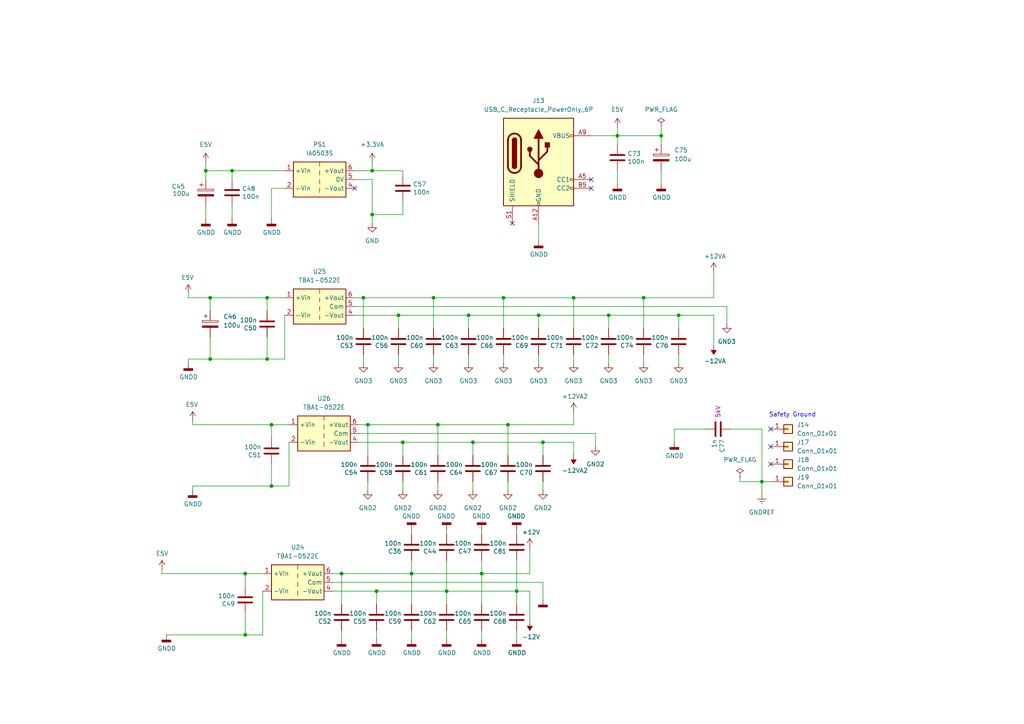
<source format=kicad_sch>
(kicad_sch (version 20250114) (generator "eeschema") (generator_version "9.0")
  (paper "A4")
  (lib_symbols
    (symbol "Connector:USB_C_Receptacle_PowerOnly_6P" (pin_names (offset 1.016))
      (property "Reference" "J" (at 0 16.51 0))
      (property "Value" "USB_C_Receptacle_PowerOnly_6P" (at 0 13.97 0))
      (symbol "USB_C_Receptacle_PowerOnly_6P_0_0"
        (rectangle (start -0.254 -12.7) (end 0.254 -11.684))
        (rectangle (start 10.16 7.874) (end 9.144 7.366))
        (rectangle (start 10.16 -4.826) (end 9.144 -5.334))
        (rectangle (start 10.16 -7.366) (end 9.144 -7.874))
      )
      (symbol "USB_C_Receptacle_PowerOnly_6P_0_1"
        (rectangle (start -10.16 12.7) (end 10.16 -12.7) (stroke (width 0.254)) (fill (type background)))
        (polyline (pts (xy -8.89 -1.27) (xy -8.89 6.35)) (stroke (width 0.508)))
        (rectangle (start -7.62 -1.27) (end -6.35 6.35) (stroke (width 0.254)) (fill (type outline)))
        (arc (start -7.62 6.35) (mid -6.985 6.9823) (end -6.35 6.35) (stroke (width 0.254)))
        (arc (start -7.62 6.35) (mid -6.985 6.9823) (end -6.35 6.35) (stroke (width 0.254)) (fill (type outline)))
        (arc (start -8.89 6.35) (mid -6.985 8.2467) (end -5.08 6.35) (stroke (width 0.508)))
        (arc (start -5.08 -1.27) (mid -6.985 -3.1667) (end -8.89 -1.27) (stroke (width 0.508)))
        (arc (start -6.35 -1.27) (mid -6.985 -1.9023) (end -7.62 -1.27) (stroke (width 0.254)))
        (arc (start -6.35 -1.27) (mid -6.985 -1.9023) (end -7.62 -1.27) (stroke (width 0.254)) (fill (type outline)))
        (polyline (pts (xy -5.08 6.35) (xy -5.08 -1.27)) (stroke (width 0.508)))
        (circle (center -2.54 3.683) (radius 0.635) (stroke (width 0.254)) (fill (type outline)))
        (polyline (pts (xy -1.27 6.858) (xy 0 9.398) (xy 1.27 6.858) (xy -1.27 6.858)) (stroke (width 0.254)) (fill (type outline)))
        (polyline (pts (xy 0 0.508) (xy 2.54 3.048) (xy 2.54 4.318)) (stroke (width 0.508)))
        (polyline (pts (xy 0 -0.762) (xy -2.54 1.778) (xy -2.54 3.048)) (stroke (width 0.508)))
        (polyline (pts (xy 0 -3.302) (xy 0 6.858)) (stroke (width 0.508)))
        (circle (center 0 -3.302) (radius 1.27) (fill (type outline)))
        (rectangle (start 1.905 4.318) (end 3.175 5.588) (stroke (width 0.254)) (fill (type outline)))
      )
      (symbol "USB_C_Receptacle_PowerOnly_6P_1_1"
        (pin passive line (at -7.62 -17.78 90) (length 5.08) (name "SHIELD") (number "S1"))
        (pin passive line (at 0 -17.78 90) (length 5.08) (name "GND") (number "A12"))
        (pin passive line (at 0 -17.78 90) (length 5.08) (hide yes) (name "GND") (number "B12"))
        (pin passive line (at 15.24 7.62 180) (length 5.08) (name "VBUS") (number "A9"))
        (pin passive line (at 15.24 7.62 180) (length 5.08) (hide yes) (name "VBUS") (number "B9"))
        (pin bidirectional line (at 15.24 -5.08 180) (length 5.08) (name "CC1") (number "A5"))
        (pin bidirectional line (at 15.24 -7.62 180) (length 5.08) (name "CC2") (number "B5"))
      )
    )
    (symbol "Connector_Generic:Conn_01x01" (pin_names (offset 1.016) (hide yes))
      (property "Reference" "J" (at 0 2.54 0))
      (property "Value" "Conn_01x01" (at 0 -2.54 0))
      (symbol "Conn_01x01_1_1"
        (rectangle (start -1.27 1.27) (end 1.27 -1.27) (stroke (width 0.254)) (fill (type background)))
        (rectangle (start -1.27 0.127) (end 0 -0.127) (stroke (width 0.1524)))
        (pin passive line (at -5.08 0 0) (length 3.81) (name "Pin_1") (number "1"))
      )
    )
    (symbol "Converter_DCDC:IA0503S"
      (property "Reference" "PS" (at -7.62 6.35 0))
      (property "Value" "IA0503S" (at 1.27 6.35 0))
      (symbol "IA0503S_0_0"
        (pin power_in line (at -10.16 2.54 0) (length 2.54) (name "+Vin") (number "1"))
        (pin power_in line (at -10.16 -2.54 0) (length 2.54) (name "-Vin") (number "2"))
        (pin power_out line (at 10.16 2.54 180) (length 2.54) (name "+Vout") (number "6"))
        (pin power_out line (at 10.16 0 180) (length 2.54) (name "0V") (number "5"))
        (pin power_out line (at 10.16 -2.54 180) (length 2.54) (name "-Vout") (number "4"))
      )
      (symbol "IA0503S_0_1"
        (rectangle (start -7.62 5.08) (end 7.62 -5.08) (stroke (width 0.254)) (fill (type background)))
        (polyline (pts (xy 0 5.08) (xy 0 3.81)))
        (polyline (pts (xy 0 2.54) (xy 0 1.27)))
        (polyline (pts (xy 0 0) (xy 0 -1.27)))
        (polyline (pts (xy 0 -2.54) (xy 0 -3.81)))
      )
    )
    (symbol "Converter_DCDC:TBA1-0522E"
      (property "Reference" "U" (at -6.35 6.35 0))
      (property "Value" "TBA1-0522E" (at 2.54 6.35 0))
      (symbol "TBA1-0522E_0_1"
        (rectangle (start -7.62 5.08) (end 7.62 -5.08) (stroke (width 0.254)) (fill (type background)))
        (polyline (pts (xy 0 5.08) (xy 0 3.81)))
        (polyline (pts (xy 0 2.54) (xy 0 1.27)))
        (polyline (pts (xy 0 0) (xy 0 -1.27)))
        (polyline (pts (xy 0 -2.54) (xy 0 -3.81)))
      )
      (symbol "TBA1-0522E_1_1"
        (pin power_in line (at -10.16 2.54 0) (length 2.54) (name "+Vin") (number "1"))
        (pin power_in line (at -10.16 -2.54 0) (length 2.54) (name "-Vin") (number "2"))
        (pin power_out line (at 10.16 2.54 180) (length 2.54) (name "+Vout") (number "6"))
        (pin power_out line (at 10.16 0 180) (length 2.54) (name "Com") (number "5"))
        (pin power_out line (at 10.16 -2.54 180) (length 2.54) (name "-Vout") (number "4"))
      )
    )
    (symbol "Device:C" (pin_numbers (hide yes)) (pin_names (offset 0.254))
      (property "Reference" "C" (at 0.635 2.54 0))
      (property "Value" "C" (at 0.635 -2.54 0))
      (symbol "C_0_1"
        (polyline (pts (xy -2.032 0.762) (xy 2.032 0.762)) (stroke (width 0.508)))
        (polyline (pts (xy -2.032 -0.762) (xy 2.032 -0.762)) (stroke (width 0.508)))
      )
      (symbol "C_1_1"
        (pin passive line (at 0 3.81 270) (length 2.794) (name "~") (number "1"))
        (pin passive line (at 0 -3.81 90) (length 2.794) (name "~") (number "2"))
      )
    )
    (symbol "Device:C_Polarized" (pin_numbers (hide yes)) (pin_names (offset 0.254))
      (property "Reference" "C" (at 0.635 2.54 0))
      (property "Value" "C_Polarized" (at 0.635 -2.54 0))
      (symbol "C_Polarized_0_1"
        (rectangle (start -2.286 0.508) (end 2.286 1.016))
        (polyline (pts (xy -1.778 2.286) (xy -0.762 2.286)))
        (polyline (pts (xy -1.27 2.794) (xy -1.27 1.778)))
        (rectangle (start 2.286 -0.508) (end -2.286 -1.016) (fill (type outline)))
      )
      (symbol "C_Polarized_1_1"
        (pin passive line (at 0 3.81 270) (length 2.794) (name "~") (number "1"))
        (pin passive line (at 0 -3.81 90) (length 2.794) (name "~") (number "2"))
      )
    )
    (symbol "power:+12V" (power) (pin_numbers (hide yes)) (pin_names (offset 0) (hide yes))
      (property "Value" "+12V" (at 0 3.556 0))
      (symbol "+12V_0_1"
        (polyline (pts (xy -0.762 1.27) (xy 0 2.54)))
        (polyline (pts (xy 0 2.54) (xy 0.762 1.27)))
        (polyline (pts (xy 0 0) (xy 0 2.54)))
      )
      (symbol "+12V_1_1"
        (pin power_in line (at 0 0 90) (length 0) (name "~") (number "1"))
      )
    )
    (symbol "power:+3.3V" (power) (pin_numbers (hide yes)) (pin_names (offset 0) (hide yes))
      (property "Value" "+3.3V" (at 0 3.556 0))
      (symbol "+3.3V_0_1"
        (polyline (pts (xy -0.762 1.27) (xy 0 2.54)))
        (polyline (pts (xy 0 2.54) (xy 0.762 1.27)))
        (polyline (pts (xy 0 0) (xy 0 2.54)))
      )
      (symbol "+3.3V_1_1"
        (pin power_in line (at 0 0 90) (length 0) (name "~") (number "1"))
      )
    )
    (symbol "power:+3.3VA" (power) (pin_numbers (hide yes)) (pin_names (offset 0) (hide yes))
      (property "Value" "+3.3VA" (at 0 3.556 0))
      (symbol "+3.3VA_0_1"
        (polyline (pts (xy -0.762 1.27) (xy 0 2.54)))
        (polyline (pts (xy 0 2.54) (xy 0.762 1.27)))
        (polyline (pts (xy 0 0) (xy 0 2.54)))
      )
      (symbol "+3.3VA_1_1"
        (pin power_in line (at 0 0 90) (length 0) (name "~") (number "1"))
      )
    )
    (symbol "power:+5V" (power) (pin_numbers (hide yes)) (pin_names (offset 0) (hide yes))
      (property "Value" "+5V" (at 0 3.556 0))
      (symbol "+5V_0_1"
        (polyline (pts (xy -0.762 1.27) (xy 0 2.54)))
        (polyline (pts (xy 0 2.54) (xy 0.762 1.27)))
        (polyline (pts (xy 0 0) (xy 0 2.54)))
      )
      (symbol "+5V_1_1"
        (pin power_in line (at 0 0 90) (length 0) (name "~") (number "1"))
      )
    )
    (symbol "power:-12V" (power) (pin_numbers (hide yes)) (pin_names (offset 0) (hide yes))
      (property "Value" "-12V" (at 0 3.556 0))
      (symbol "-12V_0_0"
        (pin power_in line (at 0 0 90) (length 0) (name "~") (number "1"))
      )
      (symbol "-12V_0_1"
        (polyline (pts (xy 0 0) (xy 0 1.27) (xy 0.762 1.27) (xy 0 2.54) (xy -0.762 1.27) (xy 0 1.27)) (fill (type outline)))
      )
    )
    (symbol "power:GND" (power) (pin_numbers (hide yes)) (pin_names (offset 0) (hide yes))
      (property "Value" "GND" (at 0 -3.81 0))
      (symbol "GND_0_1"
        (polyline (pts (xy 0 0) (xy 0 -1.27) (xy 1.27 -1.27) (xy 0 -2.54) (xy -1.27 -1.27) (xy 0 -1.27)))
      )
      (symbol "GND_1_1"
        (pin power_in line (at 0 0 270) (length 0) (name "~") (number "1"))
      )
    )
    (symbol "power:GND2" (power) (pin_numbers (hide yes)) (pin_names (offset 0) (hide yes))
      (property "Value" "GND2" (at 0 -3.81 0))
      (symbol "GND2_0_1"
        (polyline (pts (xy 0 0) (xy 0 -1.27) (xy 1.27 -1.27) (xy 0 -2.54) (xy -1.27 -1.27) (xy 0 -1.27)))
      )
      (symbol "GND2_1_1"
        (pin power_in line (at 0 0 270) (length 0) (name "~") (number "1"))
      )
    )
    (symbol "power:GNDD" (power) (pin_numbers (hide yes)) (pin_names (offset 0) (hide yes))
      (property "Value" "GNDD" (at 0 -3.175 0))
      (symbol "GNDD_0_1"
        (rectangle (start -1.27 -1.524) (end 1.27 -2.032) (stroke (width 0.254)) (fill (type outline)))
        (polyline (pts (xy 0 0) (xy 0 -1.524)))
      )
      (symbol "GNDD_1_1"
        (pin power_in line (at 0 0 270) (length 0) (name "~") (number "1"))
      )
    )
    (symbol "power:GNDREF" (power) (pin_numbers (hide yes)) (pin_names (offset 0) (hide yes))
      (property "Value" "GNDREF" (at 0 -3.81 0))
      (symbol "GNDREF_0_1"
        (polyline (pts (xy -0.635 -1.905) (xy 0.635 -1.905)))
        (polyline (pts (xy -0.127 -2.54) (xy 0.127 -2.54)))
        (polyline (pts (xy 0 -1.27) (xy 0 0)))
        (polyline (pts (xy 1.27 -1.27) (xy -1.27 -1.27)))
      )
      (symbol "GNDREF_1_1"
        (pin power_in line (at 0 0 270) (length 0) (name "~") (number "1"))
      )
    )
    (symbol "power:PWR_FLAG" (power) (pin_numbers (hide yes)) (pin_names (offset 0) (hide yes))
      (property "Value" "PWR_FLAG" (at 0 3.81 0))
      (symbol "PWR_FLAG_0_0"
        (pin power_out line (at 0 0 90) (length 0) (name "~") (number "1"))
      )
      (symbol "PWR_FLAG_0_1"
        (polyline (pts (xy 0 0) (xy 0 1.27) (xy -1.016 1.905) (xy 0 2.54) (xy 1.016 1.905) (xy 0 1.27)))
      )
    )
  )
  (text "Safety Ground\n" (at 229.87 120.396 0) (effects (font (size 1.27 1.27))))
  (junction (at 78.74 123.19))
  (junction (at 166.37 86.36))
  (junction (at 137.16 128.27))
  (junction (at 71.12 166.37))
  (junction (at 186.69 86.36))
  (junction (at 139.7 166.37))
  (junction (at 105.41 86.36))
  (junction (at 149.86 171.45))
  (junction (at 157.48 128.27))
  (junction (at 179.07 39.37))
  (junction (at 116.84 128.27))
  (junction (at 135.89 91.44))
  (junction (at 127 123.19))
  (junction (at 176.53 91.44))
  (junction (at 220.98 139.7))
  (junction (at 77.47 86.36))
  (junction (at 107.95 62.23))
  (junction (at 67.31 49.53))
  (junction (at 60.96 104.14))
  (junction (at 129.54 171.45))
  (junction (at 106.68 123.19))
  (junction (at 125.73 86.36))
  (junction (at 59.69 49.53))
  (junction (at 156.21 91.44))
  (junction (at 71.12 184.15))
  (junction (at 77.47 104.14))
  (junction (at 107.95 49.53))
  (junction (at 78.74 140.97))
  (junction (at 109.22 171.45))
  (junction (at 60.96 86.36))
  (junction (at 115.57 91.44))
  (junction (at 146.05 86.36))
  (junction (at 191.77 39.37))
  (junction (at 119.38 166.37))
  (junction (at 99.06 166.37))
  (junction (at 147.32 123.19))
  (junction (at 196.85 91.44))
  (no_connect (at 148.59 64.77))
  (no_connect (at 102.87 54.61))
  (no_connect (at 171.45 52.07))
  (no_connect (at 223.52 134.62))
  (no_connect (at 223.52 124.46))
  (no_connect (at 171.45 54.61))
  (no_connect (at 223.52 129.54))
  (wire (pts (xy 107.95 49.53) (xy 107.95 46.99)))
  (wire (pts (xy 179.07 39.37) (xy 179.07 41.91)))
  (wire (pts (xy 115.57 102.87) (xy 115.57 105.41)))
  (wire (pts (xy 153.67 166.37) (xy 153.67 158.75)))
  (wire (pts (xy 54.61 104.14) (xy 54.61 105.41)))
  (wire (pts (xy 179.07 49.53) (xy 179.07 53.34)))
  (wire (pts (xy 105.41 86.36) (xy 125.73 86.36)))
  (wire (pts (xy 104.14 128.27) (xy 116.84 128.27)))
  (wire (pts (xy 60.96 97.79) (xy 60.96 104.14)))
  (wire (pts (xy 139.7 166.37) (xy 153.67 166.37)))
  (wire (pts (xy 115.57 91.44) (xy 115.57 95.25)))
  (wire (pts (xy 109.22 171.45) (xy 129.54 171.45)))
  (wire (pts (xy 204.47 124.46) (xy 195.58 124.46)))
  (wire (pts (xy 139.7 182.88) (xy 139.7 185.42)))
  (wire (pts (xy 196.85 91.44) (xy 207.01 91.44)))
  (wire (pts (xy 102.87 52.07) (xy 107.95 52.07)))
  (wire (pts (xy 116.84 58.42) (xy 116.84 62.23)))
  (wire (pts (xy 119.38 166.37) (xy 139.7 166.37)))
  (wire (pts (xy 166.37 102.87) (xy 166.37 105.41)))
  (wire (pts (xy 82.55 104.14) (xy 77.47 104.14)))
  (wire (pts (xy 149.86 171.45) (xy 149.86 175.26)))
  (wire (pts (xy 54.61 104.14) (xy 60.96 104.14)))
  (wire (pts (xy 115.57 91.44) (xy 135.89 91.44)))
  (wire (pts (xy 127 123.19) (xy 147.32 123.19)))
  (wire (pts (xy 214.63 138.43) (xy 214.63 139.7)))
  (wire (pts (xy 186.69 86.36) (xy 207.01 86.36)))
  (wire (pts (xy 99.06 182.88) (xy 99.06 185.42)))
  (wire (pts (xy 48.26 184.15) (xy 71.12 184.15)))
  (wire (pts (xy 77.47 86.36) (xy 82.55 86.36)))
  (wire (pts (xy 76.2 171.45) (xy 76.2 184.15)))
  (wire (pts (xy 127 139.7) (xy 127 142.24)))
  (wire (pts (xy 71.12 166.37) (xy 76.2 166.37)))
  (wire (pts (xy 137.16 139.7) (xy 137.16 142.24)))
  (wire (pts (xy 96.52 171.45) (xy 109.22 171.45)))
  (wire (pts (xy 146.05 86.36) (xy 146.05 95.25)))
  (wire (pts (xy 125.73 86.36) (xy 125.73 95.25)))
  (wire (pts (xy 147.32 123.19) (xy 166.37 123.19)))
  (wire (pts (xy 106.68 123.19) (xy 106.68 132.08)))
  (wire (pts (xy 147.32 139.7) (xy 147.32 142.24)))
  (wire (pts (xy 105.41 86.36) (xy 105.41 95.25)))
  (wire (pts (xy 67.31 49.53) (xy 67.31 52.07)))
  (wire (pts (xy 76.2 184.15) (xy 71.12 184.15)))
  (wire (pts (xy 116.84 139.7) (xy 116.84 142.24)))
  (wire (pts (xy 99.06 166.37) (xy 119.38 166.37)))
  (wire (pts (xy 171.45 39.37) (xy 179.07 39.37)))
  (wire (pts (xy 166.37 123.19) (xy 166.37 119.38)))
  (wire (pts (xy 55.88 123.19) (xy 55.88 121.92)))
  (wire (pts (xy 139.7 162.56) (xy 139.7 166.37)))
  (wire (pts (xy 139.7 166.37) (xy 139.7 175.26)))
  (wire (pts (xy 214.63 139.7) (xy 220.98 139.7)))
  (wire (pts (xy 191.77 49.53) (xy 191.77 53.34)))
  (wire (pts (xy 104.14 123.19) (xy 106.68 123.19)))
  (wire (pts (xy 191.77 36.83) (xy 191.77 39.37)))
  (wire (pts (xy 147.32 123.19) (xy 147.32 132.08)))
  (wire (pts (xy 102.87 49.53) (xy 107.95 49.53)))
  (wire (pts (xy 139.7 153.67) (xy 139.7 154.94)))
  (wire (pts (xy 220.98 124.46) (xy 220.98 139.7)))
  (wire (pts (xy 172.72 125.73) (xy 172.72 129.54)))
  (wire (pts (xy 55.88 140.97) (xy 78.74 140.97)))
  (wire (pts (xy 220.98 139.7) (xy 223.52 139.7)))
  (wire (pts (xy 196.85 102.87) (xy 196.85 105.41)))
  (wire (pts (xy 54.61 86.36) (xy 60.96 86.36)))
  (wire (pts (xy 60.96 104.14) (xy 77.47 104.14)))
  (wire (pts (xy 46.99 166.37) (xy 46.99 165.1)))
  (wire (pts (xy 60.96 86.36) (xy 77.47 86.36)))
  (wire (pts (xy 59.69 59.69) (xy 59.69 63.5)))
  (wire (pts (xy 116.84 62.23) (xy 107.95 62.23)))
  (wire (pts (xy 166.37 86.36) (xy 166.37 95.25)))
  (wire (pts (xy 104.14 125.73) (xy 172.72 125.73)))
  (wire (pts (xy 210.82 88.9) (xy 210.82 93.98)))
  (wire (pts (xy 135.89 102.87) (xy 135.89 105.41)))
  (wire (pts (xy 137.16 128.27) (xy 157.48 128.27)))
  (wire (pts (xy 179.07 39.37) (xy 191.77 39.37)))
  (wire (pts (xy 109.22 182.88) (xy 109.22 185.42)))
  (wire (pts (xy 77.47 97.79) (xy 77.47 104.14)))
  (wire (pts (xy 156.21 64.77) (xy 156.21 69.85)))
  (wire (pts (xy 157.48 139.7) (xy 157.48 142.24)))
  (wire (pts (xy 156.21 91.44) (xy 176.53 91.44)))
  (wire (pts (xy 116.84 128.27) (xy 137.16 128.27)))
  (wire (pts (xy 55.88 140.97) (xy 55.88 142.24)))
  (wire (pts (xy 119.38 162.56) (xy 119.38 166.37)))
  (wire (pts (xy 77.47 86.36) (xy 77.47 90.17)))
  (wire (pts (xy 60.96 86.36) (xy 60.96 90.17)))
  (wire (pts (xy 83.82 140.97) (xy 78.74 140.97)))
  (wire (pts (xy 96.52 166.37) (xy 99.06 166.37)))
  (wire (pts (xy 186.69 86.36) (xy 186.69 95.25)))
  (wire (pts (xy 220.98 139.7) (xy 220.98 143.51)))
  (wire (pts (xy 157.48 168.91) (xy 157.48 173.99)))
  (wire (pts (xy 109.22 171.45) (xy 109.22 175.26)))
  (wire (pts (xy 166.37 86.36) (xy 186.69 86.36)))
  (wire (pts (xy 195.58 124.46) (xy 195.58 128.27)))
  (wire (pts (xy 107.95 52.07) (xy 107.95 62.23)))
  (wire (pts (xy 116.84 49.53) (xy 116.84 50.8)))
  (wire (pts (xy 153.67 171.45) (xy 153.67 180.34)))
  (wire (pts (xy 129.54 153.67) (xy 129.54 154.94)))
  (wire (pts (xy 146.05 102.87) (xy 146.05 105.41)))
  (wire (pts (xy 207.01 91.44) (xy 207.01 100.33)))
  (wire (pts (xy 149.86 153.67) (xy 149.86 154.94)))
  (wire (pts (xy 54.61 86.36) (xy 54.61 85.09)))
  (wire (pts (xy 96.52 168.91) (xy 157.48 168.91)))
  (wire (pts (xy 82.55 91.44) (xy 82.55 104.14)))
  (wire (pts (xy 176.53 102.87) (xy 176.53 105.41)))
  (wire (pts (xy 67.31 59.69) (xy 67.31 63.5)))
  (wire (pts (xy 107.95 49.53) (xy 116.84 49.53)))
  (wire (pts (xy 176.53 91.44) (xy 176.53 95.25)))
  (wire (pts (xy 102.87 86.36) (xy 105.41 86.36)))
  (wire (pts (xy 137.16 128.27) (xy 137.16 132.08)))
  (wire (pts (xy 129.54 162.56) (xy 129.54 171.45)))
  (wire (pts (xy 135.89 91.44) (xy 135.89 95.25)))
  (wire (pts (xy 176.53 91.44) (xy 196.85 91.44)))
  (wire (pts (xy 59.69 46.99) (xy 59.69 49.53)))
  (wire (pts (xy 83.82 128.27) (xy 83.82 140.97)))
  (wire (pts (xy 149.86 182.88) (xy 149.86 185.42)))
  (wire (pts (xy 186.69 102.87) (xy 186.69 105.41)))
  (wire (pts (xy 166.37 132.08) (xy 166.37 128.27)))
  (wire (pts (xy 191.77 39.37) (xy 191.77 41.91)))
  (wire (pts (xy 46.99 166.37) (xy 71.12 166.37)))
  (wire (pts (xy 149.86 171.45) (xy 153.67 171.45)))
  (wire (pts (xy 119.38 153.67) (xy 119.38 154.94)))
  (wire (pts (xy 78.74 54.61) (xy 78.74 63.5)))
  (wire (pts (xy 129.54 171.45) (xy 129.54 175.26)))
  (wire (pts (xy 102.87 91.44) (xy 115.57 91.44)))
  (wire (pts (xy 106.68 139.7) (xy 106.68 142.24)))
  (wire (pts (xy 82.55 54.61) (xy 78.74 54.61)))
  (wire (pts (xy 102.87 88.9) (xy 210.82 88.9)))
  (wire (pts (xy 220.98 124.46) (xy 212.09 124.46)))
  (wire (pts (xy 127 123.19) (xy 127 132.08)))
  (wire (pts (xy 71.12 177.8) (xy 71.12 184.15)))
  (wire (pts (xy 179.07 36.83) (xy 179.07 39.37)))
  (wire (pts (xy 156.21 91.44) (xy 156.21 95.25)))
  (wire (pts (xy 106.68 123.19) (xy 127 123.19)))
  (wire (pts (xy 156.21 102.87) (xy 156.21 105.41)))
  (wire (pts (xy 157.48 128.27) (xy 157.48 132.08)))
  (wire (pts (xy 78.74 123.19) (xy 78.74 127)))
  (wire (pts (xy 119.38 182.88) (xy 119.38 185.42)))
  (wire (pts (xy 59.69 49.53) (xy 67.31 49.53)))
  (wire (pts (xy 166.37 128.27) (xy 157.48 128.27)))
  (wire (pts (xy 146.05 86.36) (xy 166.37 86.36)))
  (wire (pts (xy 99.06 166.37) (xy 99.06 175.26)))
  (wire (pts (xy 71.12 166.37) (xy 71.12 170.18)))
  (wire (pts (xy 129.54 182.88) (xy 129.54 185.42)))
  (wire (pts (xy 125.73 86.36) (xy 146.05 86.36)))
  (wire (pts (xy 119.38 166.37) (xy 119.38 175.26)))
  (wire (pts (xy 59.69 49.53) (xy 59.69 52.07)))
  (wire (pts (xy 105.41 102.87) (xy 105.41 105.41)))
  (wire (pts (xy 107.95 62.23) (xy 107.95 64.77)))
  (wire (pts (xy 116.84 128.27) (xy 116.84 132.08)))
  (wire (pts (xy 149.86 162.56) (xy 149.86 171.45)))
  (wire (pts (xy 196.85 91.44) (xy 196.85 95.25)))
  (wire (pts (xy 67.31 49.53) (xy 82.55 49.53)))
  (wire (pts (xy 78.74 134.62) (xy 78.74 140.97)))
  (wire (pts (xy 207.01 86.36) (xy 207.01 78.74)))
  (wire (pts (xy 135.89 91.44) (xy 156.21 91.44)))
  (wire (pts (xy 125.73 102.87) (xy 125.73 105.41)))
  (wire (pts (xy 78.74 123.19) (xy 83.82 123.19)))
  (wire (pts (xy 129.54 171.45) (xy 149.86 171.45)))
  (wire (pts (xy 55.88 123.19) (xy 78.74 123.19)))
  (symbol (lib_id "Device:C") (at 127 135.89 0) (unit 1)
    (property "Reference" "C61" (at 124.079 137.0584 0) (effects (justify right)))
    (property "Value" "100n" (at 124.079 134.747 0) (effects (justify right)))
    (property "Footprint" "Capacitor_SMD:C_1206_3216Metric" (effects (hide yes)))
    (property "Order code Farnell" "2905763" (effects (hide yes)))
  )
  (symbol (lib_id "Device:C") (at 119.38 158.75 0) (unit 1)
    (property "Reference" "C36" (at 116.459 159.9184 0) (effects (justify right)))
    (property "Value" "100n" (at 116.459 157.607 0) (effects (justify right)))
    (property "Footprint" "Capacitor_SMD:C_1206_3216Metric" (effects (hide yes)))
    (property "Order code Farnell" "2905763" (effects (hide yes)))
  )
  (symbol (lib_id "Device:C") (at 137.16 135.89 0) (unit 1)
    (property "Reference" "C64" (at 134.239 137.0584 0) (effects (justify right)))
    (property "Value" "100n" (at 134.239 134.747 0) (effects (justify right)))
    (property "Footprint" "Capacitor_SMD:C_1206_3216Metric" (effects (hide yes)))
    (property "Order code Farnell" "2905763" (effects (hide yes)))
  )
  (symbol (lib_id "Converter_DCDC:TBA1-0522E") (at 93.98 125.73 0) (unit 1)
    (property "Reference" "U26" (at 93.98 115.57 0))
    (property "Value" "TBA1-0522E" (at 93.98 118.11 0))
    (property "Footprint" "Converter_DCDC:Converter_DCDC_TRACO_TBA1-xxxxE_Dual_THT" (effects (hide yes)))
    (property "Datasheet" "https://www.tracopower.com/products/tba1e.pdf" (effects (hide yes)))
    (property "Description" "1W DC/DC converter unregulated, 4.5-5.5V input, ±12V fixed output voltage, 41mA each output, 1.5kVDC isolation, SIP-7" (effects (hide yes)))
  )
  (symbol (lib_id "power:GND2") (at 116.84 142.24 0) (unit 1)
    (property "Reference" "#PWR0144" (effects (hide yes)))
    (property "Value" "GND2" (at 116.84 147.32 0))
    (property "Description" "Power symbol creates a global label with name \"GND2\" , ground" (effects (hide yes)))
  )
  (symbol (lib_id "Converter_DCDC:TBA1-0522E") (at 86.36 168.91 0) (unit 1)
    (property "Reference" "U24" (at 86.36 158.75 0))
    (property "Value" "TBA1-0522E" (at 86.36 161.29 0))
    (property "Footprint" "Converter_DCDC:Converter_DCDC_TRACO_TBA1-xxxxE_Dual_THT" (effects (hide yes)))
    (property "Datasheet" "https://www.tracopower.com/products/tba1e.pdf" (effects (hide yes)))
    (property "Description" "1W DC/DC converter unregulated, 4.5-5.5V input, ±12V fixed output voltage, 41mA each output, 1.5kVDC isolation, SIP-7" (effects (hide yes)))
  )
  (symbol (lib_id "power:GND") (at 105.41 105.41 0) (unit 1)
    (property "Reference" "#PWR0172" (effects (hide yes)))
    (property "Value" "GND3" (at 105.41 110.49 0))
    (property "Description" "Power symbol creates a global label with name \"GND\" , ground" (effects (hide yes)))
  )
  (symbol (lib_id "Connector_Generic:Conn_01x01") (at 228.6 124.46 0) (unit 1)
    (property "Reference" "J14" (at 231.14 123.1899 0) (effects (justify left)))
    (property "Value" "Conn_01x01" (at 231.14 125.7299 0) (effects (justify left)))
    (property "Footprint" "MountingHole:MountingHole_3.5mm_Pad" (effects (hide yes)))
    (property "Description" "Generic connector, single row, 01x01, script generated (kicad-library-utils/schlib/autogen/connector/)" (effects (hide yes)))
  )
  (symbol (lib_id "power:GND") (at 166.37 105.41 0) (unit 1)
    (property "Reference" "#PWR0152" (effects (hide yes)))
    (property "Value" "GND3" (at 166.37 110.49 0))
    (property "Description" "Power symbol creates a global label with name \"GND\" , ground" (effects (hide yes)))
  )
  (symbol (lib_id "power:+3.3VA") (at 107.95 46.99 0) (unit 1)
    (property "Reference" "#PWR0140" (effects (hide yes)))
    (property "Value" "+3.3VA" (at 107.95 41.91 0))
    (property "Description" "Power symbol creates a global label with name \"+3.3VA\"" (effects (hide yes)))
  )
  (symbol (lib_id "Connector:USB_C_Receptacle_PowerOnly_6P") (at 156.21 46.99 0) (unit 1)
    (property "Reference" "J13" (at 156.21 29.21 0))
    (property "Value" "USB_C_Receptacle_PowerOnly_6P" (at 156.21 31.75 0))
    (property "Footprint" "UJC-HP-3-SMT-TR:CUI_UJC-HP-3-SMT-TR" (effects (hide yes)))
    (property "Datasheet" "https://www.usb.org/sites/default/files/documents/usb_type-c.zip" (effects (hide yes)))
    (property "Description" "USB Power-Only 6P Type-C Receptacle connector" (effects (hide yes)))
    (property "Order Number Farnell" "4814511" (effects (hide yes)))
  )
  (symbol (lib_id "power:GND2") (at 157.48 142.24 0) (unit 1)
    (property "Reference" "#PWR0160" (effects (hide yes)))
    (property "Value" "GND2" (at 157.48 147.32 0))
    (property "Description" "Power symbol creates a global label with name \"GND2\" , ground" (effects (hide yes)))
  )
  (symbol (lib_id "Device:C") (at 179.07 45.72 0) (unit 1)
    (property "Reference" "C73" (at 181.991 44.5516 0) (effects (justify left)))
    (property "Value" "100n" (at 181.991 46.863 0) (effects (justify left)))
    (property "Footprint" "Capacitor_SMD:C_1206_3216Metric" (effects (hide yes)))
    (property "Order code Farnell" "1907339" (effects (hide yes)))
    (property "Voltage" "250V" (effects (hide yes)))
  )
  (symbol (lib_id "power:-12V") (at 207.01 100.33 0) (mirror x) (unit 1)
    (property "Reference" "#PWR0171" (effects (hide yes)))
    (property "Value" "-12VA" (at 207.391 104.7242 0))
  )
  (symbol (lib_id "power:GND") (at 125.73 105.41 0) (unit 1)
    (property "Reference" "#PWR0166" (effects (hide yes)))
    (property "Value" "GND3" (at 125.73 110.49 0))
    (property "Description" "Power symbol creates a global label with name \"GND\" , ground" (effects (hide yes)))
  )
  (symbol (lib_id "power:GNDD") (at 129.54 185.42 0) (unit 1)
    (property "Reference" "#PWR0148" (effects (hide yes)))
    (property "Value" "GNDD" (at 129.6416 189.357 0))
  )
  (symbol (lib_id "Device:C") (at 157.48 135.89 0) (unit 1)
    (property "Reference" "C70" (at 154.559 137.0584 0) (effects (justify right)))
    (property "Value" "100n" (at 154.559 134.747 0) (effects (justify right)))
    (property "Footprint" "Capacitor_SMD:C_1206_3216Metric" (effects (hide yes)))
    (property "Order code Farnell" "2905763" (effects (hide yes)))
  )
  (symbol (lib_id "Device:C") (at 116.84 54.61 0) (unit 1)
    (property "Reference" "C57" (at 119.761 53.4416 0) (effects (justify left)))
    (property "Value" "100n" (at 119.761 55.753 0) (effects (justify left)))
    (property "Footprint" "Capacitor_SMD:C_1206_3216Metric" (effects (hide yes)))
    (property "Order code Farnell" "1907339" (effects (hide yes)))
    (property "Voltage" "250V" (effects (hide yes)))
  )
  (symbol (lib_id "Device:C") (at 71.12 173.99 0) (unit 1)
    (property "Reference" "C49" (at 68.199 175.1584 0) (effects (justify right)))
    (property "Value" "100n" (at 68.199 172.847 0) (effects (justify right)))
    (property "Footprint" "Capacitor_SMD:C_1206_3216Metric" (effects (hide yes)))
    (property "Order code Farnell" "2905763" (effects (hide yes)))
  )
  (symbol (lib_id "power:GNDD") (at 55.88 142.24 0) (unit 1)
    (property "Reference" "#PWR0132" (effects (hide yes)))
    (property "Value" "GNDD" (at 55.9816 146.177 0))
  )
  (symbol (lib_id "power:+3.3V") (at 179.07 36.83 0) (unit 1)
    (property "Reference" "#PWR0164" (effects (hide yes)))
    (property "Value" "E5V" (at 179.07 31.75 0))
    (property "Description" "Power symbol creates a global label with name \"+3.3V\"" (effects (hide yes)))
  )
  (symbol (lib_id "power:GND") (at 186.69 105.41 0) (unit 1)
    (property "Reference" "#PWR0146" (effects (hide yes)))
    (property "Value" "GND3" (at 186.69 110.49 0))
    (property "Description" "Power symbol creates a global label with name \"GND\" , ground" (effects (hide yes)))
  )
  (symbol (lib_id "Device:C") (at 129.54 179.07 0) (unit 1)
    (property "Reference" "C62" (at 126.619 180.2384 0) (effects (justify right)))
    (property "Value" "100n" (at 126.619 177.927 0) (effects (justify right)))
    (property "Footprint" "Capacitor_SMD:C_1206_3216Metric" (effects (hide yes)))
    (property "Order code Farnell" "2905763" (effects (hide yes)))
  )
  (symbol (lib_id "power:GND2") (at 172.72 129.54 0) (unit 1)
    (property "Reference" "#PWR0184" (effects (hide yes)))
    (property "Value" "GND2" (at 172.72 134.62 0))
    (property "Description" "Power symbol creates a global label with name \"GND2\" , ground" (effects (hide yes)))
  )
  (symbol (lib_id "power:+3.3V") (at 59.69 46.99 0) (unit 1)
    (property "Reference" "#PWR0133" (effects (hide yes)))
    (property "Value" "E5V" (at 59.69 41.91 0))
    (property "Description" "Power symbol creates a global label with name \"+3.3V\"" (effects (hide yes)))
  )
  (symbol (lib_id "power:+5V") (at 54.61 85.09 0) (unit 1)
    (property "Reference" "#PWR0129" (effects (hide yes)))
    (property "Value" "E5V" (at 52.578 80.518 0) (effects (justify left)))
    (property "Description" "Power symbol creates a global label with name \"+5V\"" (effects (hide yes)))
  )
  (symbol (lib_id "Converter_DCDC:TBA1-0522E") (at 92.71 88.9 0) (unit 1)
    (property "Reference" "U25" (at 92.71 78.74 0))
    (property "Value" "TBA1-0522E" (at 92.71 81.28 0))
    (property "Footprint" "Converter_DCDC:Converter_DCDC_TRACO_TBA1-xxxxE_Dual_THT" (effects (hide yes)))
    (property "Datasheet" "https://www.tracopower.com/products/tba1e.pdf" (effects (hide yes)))
    (property "Description" "1W DC/DC converter unregulated, 4.5-5.5V input, ±12V fixed output voltage, 41mA each output, 1.5kVDC isolation, SIP-7" (effects (hide yes)))
  )
  (symbol (lib_id "power:GNDD") (at 54.61 105.41 0) (unit 1)
    (property "Reference" "#PWR0130" (effects (hide yes)))
    (property "Value" "GNDD" (at 54.7116 109.347 0))
  )
  (symbol (lib_id "power:GNDD") (at 157.48 173.99 0) (unit 1)
    (property "Reference" "#PWR0161" (effects (hide yes)))
    (property "Value" "GNDD" (effects (hide yes)))
  )
  (symbol (lib_id "Device:C") (at 77.47 93.98 0) (unit 1)
    (property "Reference" "C50" (at 74.549 95.1484 0) (effects (justify right)))
    (property "Value" "100n" (at 74.549 92.837 0) (effects (justify right)))
    (property "Footprint" "Capacitor_SMD:C_1206_3216Metric" (effects (hide yes)))
    (property "Order code Farnell" "2905763" (effects (hide yes)))
  )
  (symbol (lib_id "power:GNDD") (at 48.26 184.15 0) (unit 1)
    (property "Reference" "#PWR0128" (effects (hide yes)))
    (property "Value" "GNDD" (at 48.3616 188.087 0))
  )
  (symbol (lib_id "power:+12V") (at 166.37 119.38 0) (unit 1)
    (property "Reference" "#PWR0182" (effects (hide yes)))
    (property "Value" "+12VA2" (at 166.751 114.9858 0))
  )
  (symbol (lib_id "Device:C") (at 109.22 179.07 0) (unit 1)
    (property "Reference" "C55" (at 106.299 180.2384 0) (effects (justify right)))
    (property "Value" "100n" (at 106.299 177.927 0) (effects (justify right)))
    (property "Footprint" "Capacitor_SMD:C_1206_3216Metric" (effects (hide yes)))
    (property "Order code Farnell" "2905763" (effects (hide yes)))
  )
  (symbol (lib_id "power:GND") (at 196.85 105.41 0) (unit 1)
    (property "Reference" "#PWR0143" (effects (hide yes)))
    (property "Value" "GND3" (at 196.85 110.49 0))
    (property "Description" "Power symbol creates a global label with name \"GND\" , ground" (effects (hide yes)))
  )
  (symbol (lib_id "power:GNDD") (at 139.7 153.67 180) (unit 1)
    (property "Reference" "#PWR0119" (effects (hide yes)))
    (property "Value" "GNDD" (at 139.5984 149.733 0))
  )
  (symbol (lib_id "power:GNDD") (at 149.86 153.67 180) (unit 1)
    (property "Reference" "#PWR0120" (effects (hide yes)))
    (property "Value" "GNDD" (at 149.7584 149.733 0))
  )
  (symbol (lib_id "Device:C") (at 119.38 179.07 0) (unit 1)
    (property "Reference" "C59" (at 116.459 180.2384 0) (effects (justify right)))
    (property "Value" "100n" (at 116.459 177.927 0) (effects (justify right)))
    (property "Footprint" "Capacitor_SMD:C_1206_3216Metric" (effects (hide yes)))
    (property "Order code Farnell" "2905763" (effects (hide yes)))
  )
  (symbol (lib_id "power:GNDD") (at 191.77 53.34 0) (unit 1)
    (property "Reference" "#PWR0167" (effects (hide yes)))
    (property "Value" "GNDD" (at 191.8716 57.277 0))
  )
  (symbol (lib_id "power:GNDD") (at 78.74 63.5 0) (unit 1)
    (property "Reference" "#PWR0136" (effects (hide yes)))
    (property "Value" "GNDD" (at 78.8416 67.437 0))
  )
  (symbol (lib_id "power:+12V") (at 207.01 78.74 0) (unit 1)
    (property "Reference" "#PWR0170" (effects (hide yes)))
    (property "Value" "+12VA" (at 207.391 74.3458 0))
  )
  (symbol (lib_id "power:GNDD") (at 179.07 53.34 0) (unit 1)
    (property "Reference" "#PWR0165" (effects (hide yes)))
    (property "Value" "GNDD" (at 179.1716 57.277 0))
  )
  (symbol (lib_id "Device:C") (at 208.28 124.46 270) (unit 1)
    (property "Reference" "C77" (at 209.4484 127.381 0) (effects (justify left)))
    (property "Value" "1n" (at 207.137 127.381 0) (effects (justify left)))
    (property "Footprint" "Capacitor_SMD:C_2220_5750Metric" (effects (hide yes)))
    (property "Order code Farnell" "2611564" (effects (hide yes)))
    (property "Voltage" "5kV" (at 208.28 119.38 0))
  )
  (symbol (lib_id "Device:C_Polarized") (at 59.69 55.88 0) (unit 1)
    (property "Reference" "C45" (at 49.784 54.102 0) (effects (justify left)))
    (property "Value" "100u" (at 50.038 56.134 0) (effects (justify left)))
    (property "Footprint" "Capacitor_SMD:CP_Elec_6.3x7.7" (effects (hide yes)))
    (property "Description" "Polarized capacitor" (effects (hide yes)))
    (property "Order Code Farnell" "1714695" (effects (hide yes)))
  )
  (symbol (lib_id "power:GND2") (at 106.68 142.24 0) (unit 1)
    (property "Reference" "#PWR0139" (effects (hide yes)))
    (property "Value" "GND2" (at 106.68 147.32 0))
    (property "Description" "Power symbol creates a global label with name \"GND2\" , ground" (effects (hide yes)))
  )
  (symbol (lib_id "power:GND") (at 156.21 105.41 0) (unit 1)
    (property "Reference" "#PWR0159" (effects (hide yes)))
    (property "Value" "GND3" (at 156.21 110.49 0))
    (property "Description" "Power symbol creates a global label with name \"GND\" , ground" (effects (hide yes)))
  )
  (symbol (lib_id "power:GNDREF") (at 220.98 143.51 0) (unit 1)
    (property "Reference" "#PWR0173" (effects (hide yes)))
    (property "Value" "GNDREF" (at 220.98 148.59 0))
    (property "Description" "Power symbol creates a global label with name \"GNDREF\" , reference supply ground" (effects (hide yes)))
  )
  (symbol (lib_id "Device:C") (at 135.89 99.06 0) (unit 1)
    (property "Reference" "C63" (at 132.969 100.2284 0) (effects (justify right)))
    (property "Value" "100n" (at 132.969 97.917 0) (effects (justify right)))
    (property "Footprint" "Capacitor_SMD:C_1206_3216Metric" (effects (hide yes)))
    (property "Order code Farnell" "2905763" (effects (hide yes)))
  )
  (symbol (lib_id "power:GNDD") (at 109.22 185.42 0) (unit 1)
    (property "Reference" "#PWR0142" (effects (hide yes)))
    (property "Value" "GNDD" (at 109.3216 189.357 0))
  )
  (symbol (lib_id "power:GND2") (at 137.16 142.24 0) (unit 1)
    (property "Reference" "#PWR0150" (effects (hide yes)))
    (property "Value" "GND2" (at 137.16 147.32 0))
    (property "Description" "Power symbol creates a global label with name \"GND2\" , ground" (effects (hide yes)))
  )
  (symbol (lib_id "power:PWR_FLAG") (at 191.77 36.83 0) (unit 1)
    (property "Reference" "#FLG01" (effects (hide yes)))
    (property "Value" "PWR_FLAG" (at 191.77 31.75 0))
    (property "Description" "Special symbol for telling ERC where power comes from" (effects (hide yes)))
  )
  (symbol (lib_id "power:GND2") (at 147.32 142.24 0) (unit 1)
    (property "Reference" "#PWR0153" (effects (hide yes)))
    (property "Value" "GND2" (at 147.32 147.32 0))
    (property "Description" "Power symbol creates a global label with name \"GND2\" , ground" (effects (hide yes)))
  )
  (symbol (lib_id "Device:C") (at 176.53 99.06 0) (unit 1)
    (property "Reference" "C72" (at 173.609 100.2284 0) (effects (justify right)))
    (property "Value" "100n" (at 173.609 97.917 0) (effects (justify right)))
    (property "Footprint" "Capacitor_SMD:C_1206_3216Metric" (effects (hide yes)))
    (property "Order code Farnell" "2905763" (effects (hide yes)))
  )
  (symbol (lib_id "Device:C") (at 125.73 99.06 0) (unit 1)
    (property "Reference" "C60" (at 122.809 100.2284 0) (effects (justify right)))
    (property "Value" "100n" (at 122.809 97.917 0) (effects (justify right)))
    (property "Footprint" "Capacitor_SMD:C_1206_3216Metric" (effects (hide yes)))
    (property "Order code Farnell" "2905763" (effects (hide yes)))
  )
  (symbol (lib_id "power:+12V") (at 153.67 158.75 0) (unit 1)
    (property "Reference" "#PWR0156" (effects (hide yes)))
    (property "Value" "+12V" (at 154.051 154.3558 0))
  )
  (symbol (lib_id "Device:C") (at 147.32 135.89 0) (unit 1)
    (property "Reference" "C67" (at 144.399 137.0584 0) (effects (justify right)))
    (property "Value" "100n" (at 144.399 134.747 0) (effects (justify right)))
    (property "Footprint" "Capacitor_SMD:C_1206_3216Metric" (effects (hide yes)))
    (property "Order code Farnell" "2905763" (effects (hide yes)))
  )
  (symbol (lib_id "power:GND2") (at 127 142.24 0) (unit 1)
    (property "Reference" "#PWR0147" (effects (hide yes)))
    (property "Value" "GND2" (at 127 147.32 0))
    (property "Description" "Power symbol creates a global label with name \"GND2\" , ground" (effects (hide yes)))
  )
  (symbol (lib_id "Device:C") (at 196.85 99.06 0) (unit 1)
    (property "Reference" "C76" (at 193.929 100.2284 0) (effects (justify right)))
    (property "Value" "100n" (at 193.929 97.917 0) (effects (justify right)))
    (property "Footprint" "Capacitor_SMD:C_1206_3216Metric" (effects (hide yes)))
    (property "Order code Farnell" "2905763" (effects (hide yes)))
  )
  (symbol (lib_id "Device:C_Polarized") (at 60.96 93.98 0) (unit 1)
    (property "Reference" "C46" (at 64.77 91.8209 0) (effects (justify left)))
    (property "Value" "100u" (at 64.77 94.3609 0) (effects (justify left)))
    (property "Footprint" "Capacitor_SMD:CP_Elec_6.3x7.7" (effects (hide yes)))
    (property "Description" "Polarized capacitor" (effects (hide yes)))
    (property "Order Code Farnell" "1714695" (effects (hide yes)))
  )
  (symbol (lib_id "power:GNDD") (at 195.58 128.27 0) (unit 1)
    (property "Reference" "#PWR0168" (effects (hide yes)))
    (property "Value" "GNDD" (at 195.6816 132.207 0))
  )
  (symbol (lib_id "power:GNDD") (at 119.38 185.42 0) (unit 1)
    (property "Reference" "#PWR0145" (effects (hide yes)))
    (property "Value" "GNDD" (at 119.4816 189.357 0))
  )
  (symbol (lib_id "power:+5V") (at 55.88 121.92 0) (unit 1)
    (property "Reference" "#PWR0131" (effects (hide yes)))
    (property "Value" "E5V" (at 53.848 117.348 0) (effects (justify left)))
    (property "Description" "Power symbol creates a global label with name \"+5V\"" (effects (hide yes)))
  )
  (symbol (lib_id "power:-12V") (at 166.37 132.08 0) (mirror x) (unit 1)
    (property "Reference" "#PWR0183" (effects (hide yes)))
    (property "Value" "-12VA2" (at 166.751 136.4742 0))
  )
  (symbol (lib_id "Device:C") (at 186.69 99.06 0) (unit 1)
    (property "Reference" "C74" (at 183.769 100.2284 0) (effects (justify right)))
    (property "Value" "100n" (at 183.769 97.917 0) (effects (justify right)))
    (property "Footprint" "Capacitor_SMD:C_1206_3216Metric" (effects (hide yes)))
    (property "Order code Farnell" "2905763" (effects (hide yes)))
  )
  (symbol (lib_id "Device:C") (at 67.31 55.88 0) (unit 1)
    (property "Reference" "C48" (at 70.231 54.7116 0) (effects (justify left)))
    (property "Value" "100n" (at 70.231 57.023 0) (effects (justify left)))
    (property "Footprint" "Capacitor_SMD:C_1206_3216Metric" (effects (hide yes)))
    (property "Order code Farnell" "1907339" (effects (hide yes)))
    (property "Voltage" "250V" (effects (hide yes)))
  )
  (symbol (lib_id "Device:C") (at 105.41 99.06 0) (unit 1)
    (property "Reference" "C53" (at 102.489 100.2284 0) (effects (justify right)))
    (property "Value" "100n" (at 102.489 97.917 0) (effects (justify right)))
    (property "Footprint" "Capacitor_SMD:C_1206_3216Metric" (effects (hide yes)))
    (property "Order code Farnell" "2905763" (effects (hide yes)))
  )
  (symbol (lib_id "power:GND") (at 115.57 105.41 0) (unit 1)
    (property "Reference" "#PWR0169" (effects (hide yes)))
    (property "Value" "GND3" (at 115.57 110.49 0))
    (property "Description" "Power symbol creates a global label with name \"GND\" , ground" (effects (hide yes)))
  )
  (symbol (lib_id "Device:C") (at 106.68 135.89 0) (unit 1)
    (property "Reference" "C54" (at 103.759 137.0584 0) (effects (justify right)))
    (property "Value" "100n" (at 103.759 134.747 0) (effects (justify right)))
    (property "Footprint" "Capacitor_SMD:C_1206_3216Metric" (effects (hide yes)))
    (property "Order code Farnell" "2905763" (effects (hide yes)))
  )
  (symbol (lib_id "power:GNDD") (at 67.31 63.5 0) (unit 1)
    (property "Reference" "#PWR0135" (effects (hide yes)))
    (property "Value" "GNDD" (at 67.4116 67.437 0))
  )
  (symbol (lib_id "power:GNDD") (at 129.54 153.67 180) (unit 1)
    (property "Reference" "#PWR0102" (effects (hide yes)))
    (property "Value" "GNDD" (at 129.4384 149.733 0))
  )
  (symbol (lib_id "power:GND") (at 135.89 105.41 0) (unit 1)
    (property "Reference" "#PWR0163" (effects (hide yes)))
    (property "Value" "GND3" (at 135.89 110.49 0))
    (property "Description" "Power symbol creates a global label with name \"GND\" , ground" (effects (hide yes)))
  )
  (symbol (lib_id "Device:C") (at 99.06 179.07 0) (unit 1)
    (property "Reference" "C52" (at 96.139 180.2384 0) (effects (justify right)))
    (property "Value" "100n" (at 96.139 177.927 0) (effects (justify right)))
    (property "Footprint" "Capacitor_SMD:C_1206_3216Metric" (effects (hide yes)))
    (property "Order code Farnell" "2905763" (effects (hide yes)))
  )
  (symbol (lib_id "Converter_DCDC:IA0503S") (at 92.71 52.07 0) (unit 1)
    (property "Reference" "PS1" (at 92.71 41.91 0))
    (property "Value" "IA0503S" (at 92.71 44.45 0))
    (property "Footprint" "Converter_DCDC:Converter_DCDC_XP_POWER-IAxxxxS_THT" (effects (hide yes)))
    (property "Datasheet" "https://www.xppower.com/pdfs/SF_IA.pdf" (effects (hide yes)))
    (property "Description" "XP Power 1W, 1000 VDC Isolated DC/DC Converter Module, Dual Output Voltage ±3.3V, ±151mA, 5V Input Voltage, SIP" (effects (hide yes)))
  )
  (symbol (lib_id "Device:C") (at 166.37 99.06 0) (unit 1)
    (property "Reference" "C71" (at 163.449 100.2284 0) (effects (justify right)))
    (property "Value" "100n" (at 163.449 97.917 0) (effects (justify right)))
    (property "Footprint" "Capacitor_SMD:C_1206_3216Metric" (effects (hide yes)))
    (property "Order code Farnell" "2905763" (effects (hide yes)))
  )
  (symbol (lib_id "power:GND") (at 107.95 64.77 0) (unit 1)
    (property "Reference" "#PWR0141" (effects (hide yes)))
    (property "Value" "GND" (at 107.95 69.85 0))
    (property "Description" "Power symbol creates a global label with name \"GND\" , ground" (effects (hide yes)))
  )
  (symbol (lib_id "Device:C") (at 139.7 179.07 0) (unit 1)
    (property "Reference" "C65" (at 136.779 180.2384 0) (effects (justify right)))
    (property "Value" "100n" (at 136.779 177.927 0) (effects (justify right)))
    (property "Footprint" "Capacitor_SMD:C_1206_3216Metric" (effects (hide yes)))
    (property "Order code Farnell" "2905763" (effects (hide yes)))
  )
  (symbol (lib_id "power:GND") (at 146.05 105.41 0) (unit 1)
    (property "Reference" "#PWR0162" (effects (hide yes)))
    (property "Value" "GND3" (at 146.05 110.49 0))
    (property "Description" "Power symbol creates a global label with name \"GND\" , ground" (effects (hide yes)))
  )
  (symbol (lib_id "Device:C") (at 115.57 99.06 0) (unit 1)
    (property "Reference" "C56" (at 112.649 100.2284 0) (effects (justify right)))
    (property "Value" "100n" (at 112.649 97.917 0) (effects (justify right)))
    (property "Footprint" "Capacitor_SMD:C_1206_3216Metric" (effects (hide yes)))
    (property "Order code Farnell" "2905763" (effects (hide yes)))
  )
  (symbol (lib_id "Connector_Generic:Conn_01x01") (at 228.6 129.54 0) (unit 1)
    (property "Reference" "J17" (at 231.14 128.2699 0) (effects (justify left)))
    (property "Value" "Conn_01x01" (at 231.14 130.8099 0) (effects (justify left)))
    (property "Footprint" "MountingHole:MountingHole_3.5mm_Pad" (effects (hide yes)))
    (property "Description" "Generic connector, single row, 01x01, script generated (kicad-library-utils/schlib/autogen/connector/)" (effects (hide yes)))
  )
  (symbol (lib_id "power:-12V") (at 153.67 180.34 0) (mirror x) (unit 1)
    (property "Reference" "#PWR0157" (effects (hide yes)))
    (property "Value" "-12V" (at 154.051 184.7342 0))
  )
  (symbol (lib_id "Device:C") (at 116.84 135.89 0) (unit 1)
    (property "Reference" "C58" (at 113.919 137.0584 0) (effects (justify right)))
    (property "Value" "100n" (at 113.919 134.747 0) (effects (justify right)))
    (property "Footprint" "Capacitor_SMD:C_1206_3216Metric" (effects (hide yes)))
    (property "Order code Farnell" "2905763" (effects (hide yes)))
  )
  (symbol (lib_id "power:GNDD") (at 59.69 63.5 0) (unit 1)
    (property "Reference" "#PWR0134" (effects (hide yes)))
    (property "Value" "GNDD" (at 59.7916 67.437 0))
  )
  (symbol (lib_id "Device:C") (at 129.54 158.75 0) (unit 1)
    (property "Reference" "C44" (at 126.619 159.9184 0) (effects (justify right)))
    (property "Value" "100n" (at 126.619 157.607 0) (effects (justify right)))
    (property "Footprint" "Capacitor_SMD:C_1206_3216Metric" (effects (hide yes)))
    (property "Order code Farnell" "2905763" (effects (hide yes)))
  )
  (symbol (lib_id "power:GNDD") (at 99.06 185.42 0) (unit 1)
    (property "Reference" "#PWR0137" (effects (hide yes)))
    (property "Value" "GNDD" (at 99.1616 189.357 0))
  )
  (symbol (lib_id "power:GNDD") (at 156.21 69.85 0) (unit 1)
    (property "Reference" "#PWR0158" (effects (hide yes)))
    (property "Value" "GNDD" (at 156.3116 73.787 0))
  )
  (symbol (lib_id "Device:C") (at 149.86 179.07 0) (unit 1)
    (property "Reference" "C68" (at 146.939 180.2384 0) (effects (justify right)))
    (property "Value" "100n" (at 146.939 177.927 0) (effects (justify right)))
    (property "Footprint" "Capacitor_SMD:C_1206_3216Metric" (effects (hide yes)))
    (property "Order code Farnell" "2905763" (effects (hide yes)))
  )
  (symbol (lib_id "power:GNDD") (at 119.38 153.67 180) (unit 1)
    (property "Reference" "#PWR0101" (effects (hide yes)))
    (property "Value" "GNDD" (at 119.2784 149.733 0))
  )
  (symbol (lib_id "Connector_Generic:Conn_01x01") (at 228.6 134.62 0) (unit 1)
    (property "Reference" "J18" (at 231.14 133.3499 0) (effects (justify left)))
    (property "Value" "Conn_01x01" (at 231.14 135.8899 0) (effects (justify left)))
    (property "Footprint" "MountingHole:MountingHole_3.5mm_Pad" (effects (hide yes)))
    (property "Description" "Generic connector, single row, 01x01, script generated (kicad-library-utils/schlib/autogen/connector/)" (effects (hide yes)))
  )
  (symbol (lib_id "Device:C") (at 156.21 99.06 0) (unit 1)
    (property "Reference" "C69" (at 153.289 100.2284 0) (effects (justify right)))
    (property "Value" "100n" (at 153.289 97.917 0) (effects (justify right)))
    (property "Footprint" "Capacitor_SMD:C_1206_3216Metric" (effects (hide yes)))
    (property "Order code Farnell" "2905763" (effects (hide yes)))
  )
  (symbol (lib_id "Device:C") (at 146.05 99.06 0) (unit 1)
    (property "Reference" "C66" (at 143.129 100.2284 0) (effects (justify right)))
    (property "Value" "100n" (at 143.129 97.917 0) (effects (justify right)))
    (property "Footprint" "Capacitor_SMD:C_1206_3216Metric" (effects (hide yes)))
    (property "Order code Farnell" "2905763" (effects (hide yes)))
  )
  (symbol (lib_id "Device:C") (at 139.7 158.75 0) (unit 1)
    (property "Reference" "C47" (at 136.779 159.9184 0) (effects (justify right)))
    (property "Value" "100n" (at 136.779 157.607 0) (effects (justify right)))
    (property "Footprint" "Capacitor_SMD:C_1206_3216Metric" (effects (hide yes)))
    (property "Order code Farnell" "2905763" (effects (hide yes)))
  )
  (symbol (lib_id "Connector_Generic:Conn_01x01") (at 228.6 139.7 0) (unit 1)
    (property "Reference" "J19" (at 231.14 138.4299 0) (effects (justify left)))
    (property "Value" "Conn_01x01" (at 231.14 140.9699 0) (effects (justify left)))
    (property "Footprint" "MountingHole:MountingHole_3.5mm_Pad" (effects (hide yes)))
    (property "Description" "Generic connector, single row, 01x01, script generated (kicad-library-utils/schlib/autogen/connector/)" (effects (hide yes)))
  )
  (symbol (lib_id "Device:C") (at 78.74 130.81 0) (unit 1)
    (property "Reference" "C51" (at 75.819 131.9784 0) (effects (justify right)))
    (property "Value" "100n" (at 75.819 129.667 0) (effects (justify right)))
    (property "Footprint" "Capacitor_SMD:C_1206_3216Metric" (effects (hide yes)))
    (property "Order code Farnell" "2905763" (effects (hide yes)))
  )
  (symbol (lib_id "power:+5V") (at 46.99 165.1 0) (unit 1)
    (property "Reference" "#PWR0127" (effects (hide yes)))
    (property "Value" "E5V" (at 45.212 160.528 0) (effects (justify left)))
    (property "Description" "Power symbol creates a global label with name \"+5V\"" (effects (hide yes)))
  )
  (symbol (lib_id "Device:C_Polarized") (at 191.77 45.72 0) (unit 1)
    (property "Reference" "C75" (at 195.58 43.5609 0) (effects (justify left)))
    (property "Value" "100u" (at 195.58 46.1009 0) (effects (justify left)))
    (property "Footprint" "Capacitor_SMD:CP_Elec_6.3x7.7" (effects (hide yes)))
    (property "Description" "Polarized capacitor" (effects (hide yes)))
    (property "Order Code Farnell" "1714695" (effects (hide yes)))
  )
  (symbol (lib_id "power:GNDD") (at 149.86 185.42 0) (unit 1)
    (property "Reference" "#PWR0155" (effects (hide yes)))
    (property "Value" "GNDD" (at 149.9616 189.357 0))
  )
  (symbol (lib_id "Device:C") (at 149.86 158.75 0) (unit 1)
    (property "Reference" "C81" (at 146.939 159.9184 0) (effects (justify right)))
    (property "Value" "100n" (at 146.939 157.607 0) (effects (justify right)))
    (property "Footprint" "Capacitor_SMD:C_1206_3216Metric" (effects (hide yes)))
    (property "Order code Farnell" "2905763" (effects (hide yes)))
  )
  (symbol (lib_id "power:GNDD") (at 139.7 185.42 0) (unit 1)
    (property "Reference" "#PWR0151" (effects (hide yes)))
    (property "Value" "GNDD" (at 139.8016 189.357 0))
  )
  (symbol (lib_id "power:PWR_FLAG") (at 214.63 138.43 0) (unit 1)
    (property "Reference" "#FLG03" (effects (hide yes)))
    (property "Value" "PWR_FLAG" (at 214.63 133.35 0))
    (property "Description" "Special symbol for telling ERC where power comes from" (effects (hide yes)))
  )
  (symbol (lib_id "power:GND") (at 176.53 105.41 0) (unit 1)
    (property "Reference" "#PWR0149" (effects (hide yes)))
    (property "Value" "GND3" (at 176.53 110.49 0))
    (property "Description" "Power symbol creates a global label with name \"GND\" , ground" (effects (hide yes)))
  )
  (symbol (lib_id "power:GND") (at 210.82 93.98 0) (unit 1)
    (property "Reference" "#PWR0138" (effects (hide yes)))
    (property "Value" "GND3" (at 210.82 99.06 0))
    (property "Description" "Power symbol creates a global label with name \"GND\" , ground" (effects (hide yes)))
  )
)
</source>
